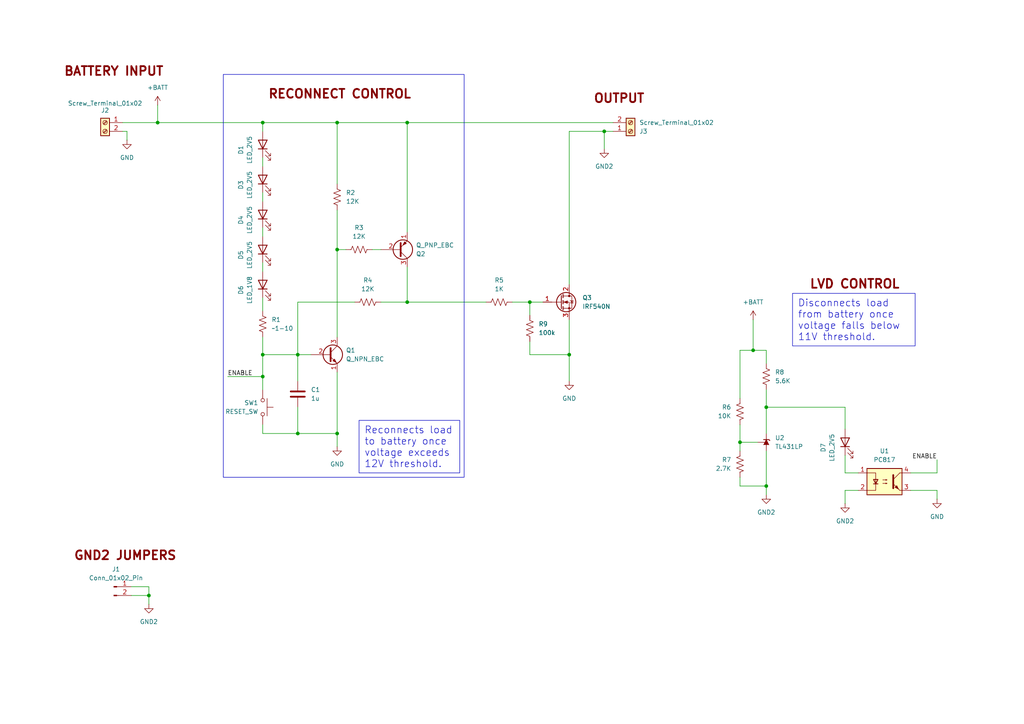
<source format=kicad_sch>
(kicad_sch (version 20231120) (generator "eeschema") (generator_version "8.0")
  (paper "A4")
  (lib_symbols
    (symbol "Connector:Conn_01x02_Pin" (pin_names (offset 1.016) hide)
      (property "Reference" "J" (at 0 2.54 0))
      (property "Value" "Conn_01x02_Pin" (at 0 -5.08 0))
      (symbol "Conn_01x02_Pin_1_1"
        (polyline (pts (xy 1.27 -2.54) (xy 0.8636 -2.54)) (stroke (width 0.1524)))
        (polyline (pts (xy 1.27 0) (xy 0.8636 0)) (stroke (width 0.1524)))
        (rectangle (start 0.8636 -2.413) (end 0 -2.667) (stroke (width 0.1524)) (fill (type outline)))
        (rectangle (start 0.8636 0.127) (end 0 -0.127) (stroke (width 0.1524)) (fill (type outline)))
        (pin passive line (at 5.08 0 180) (length 3.81) (name "Pin_1") (number "1"))
        (pin passive line (at 5.08 -2.54 180) (length 3.81) (name "Pin_2") (number "2"))
      )
    )
    (symbol "Connector:Screw_Terminal_01x02" (pin_names (offset 1.016) hide)
      (property "Reference" "J" (at 0 2.54 0))
      (property "Value" "Screw_Terminal_01x02" (at 0 -5.08 0))
      (symbol "Screw_Terminal_01x02_1_1"
        (rectangle (start -1.27 1.27) (end 1.27 -3.81) (stroke (width 0.254)) (fill (type background)))
        (circle (center 0 -2.54) (radius 0.635) (stroke (width 0.1524)))
        (polyline (pts (xy -0.5334 -2.2098) (xy 0.3302 -3.048)) (stroke (width 0.1524)))
        (polyline (pts (xy -0.5334 0.3302) (xy 0.3302 -0.508)) (stroke (width 0.1524)))
        (polyline (pts (xy -0.3556 -2.032) (xy 0.508 -2.8702)) (stroke (width 0.1524)))
        (polyline (pts (xy -0.3556 0.508) (xy 0.508 -0.3302)) (stroke (width 0.1524)))
        (circle (center 0 0) (radius 0.635) (stroke (width 0.1524)))
        (pin passive line (at -5.08 0 0) (length 3.81) (name "Pin_1") (number "1"))
        (pin passive line (at -5.08 -2.54 0) (length 3.81) (name "Pin_2") (number "2"))
      )
    )
    (symbol "Device:C" (pin_numbers hide) (pin_names (offset 0.254))
      (property "Reference" "C" (at 0.635 2.54 0))
      (property "Value" "C" (at 0.635 -2.54 0))
      (symbol "C_0_1"
        (polyline (pts (xy -2.032 -0.762) (xy 2.032 -0.762)) (stroke (width 0.508)))
        (polyline (pts (xy -2.032 0.762) (xy 2.032 0.762)) (stroke (width 0.508)))
      )
      (symbol "C_1_1"
        (pin passive line (at 0 3.81 270) (length 2.794) (name "~") (number "1"))
        (pin passive line (at 0 -3.81 90) (length 2.794) (name "~") (number "2"))
      )
    )
    (symbol "Device:LED" (pin_numbers hide) (pin_names (offset 1.016) hide)
      (property "Reference" "D" (at 0 2.54 0))
      (property "Value" "LED" (at 0 -2.54 0))
      (symbol "LED_0_1"
        (polyline (pts (xy -1.27 -1.27) (xy -1.27 1.27)) (stroke (width 0.254)))
        (polyline (pts (xy -1.27 0) (xy 1.27 0)))
        (polyline (pts (xy 1.27 -1.27) (xy 1.27 1.27) (xy -1.27 0) (xy 1.27 -1.27)) (stroke (width 0.254)))
        (polyline (pts (xy -3.048 -0.762) (xy -4.572 -2.286) (xy -3.81 -2.286) (xy -4.572 -2.286) (xy -4.572 -1.524)))
        (polyline (pts (xy -1.778 -0.762) (xy -3.302 -2.286) (xy -2.54 -2.286) (xy -3.302 -2.286) (xy -3.302 -1.524)))
      )
      (symbol "LED_1_1"
        (pin passive line (at -3.81 0 0) (length 2.54) (name "K") (number "1"))
        (pin passive line (at 3.81 0 180) (length 2.54) (name "A") (number "2"))
      )
    )
    (symbol "Device:Q_NPN_EBC" (pin_names (offset 0) hide)
      (property "Reference" "Q" (at 5.08 1.27 0))
      (property "Value" "Q_NPN_EBC" (at 5.08 -1.27 0))
      (symbol "Q_NPN_EBC_0_1"
        (polyline (pts (xy 0.635 0.635) (xy 2.54 2.54)))
        (polyline (pts (xy 0.635 -0.635) (xy 2.54 -2.54) (xy 2.54 -2.54)))
        (polyline (pts (xy 0.635 1.905) (xy 0.635 -1.905) (xy 0.635 -1.905)) (stroke (width 0.508)))
        (polyline (pts (xy 1.27 -1.778) (xy 1.778 -1.27) (xy 2.286 -2.286) (xy 1.27 -1.778) (xy 1.27 -1.778)) (fill (type outline)))
        (circle (center 1.27 0) (radius 2.8194) (stroke (width 0.254)))
      )
      (symbol "Q_NPN_EBC_1_1"
        (pin passive line (at 2.54 -5.08 90) (length 2.54) (name "E") (number "1"))
        (pin passive line (at -5.08 0 0) (length 5.715) (name "B") (number "2"))
        (pin passive line (at 2.54 5.08 270) (length 2.54) (name "C") (number "3"))
      )
    )
    (symbol "Device:Q_PNP_EBC" (pin_names (offset 0) hide)
      (property "Reference" "Q" (at 5.08 1.27 0))
      (property "Value" "Q_PNP_EBC" (at 5.08 -1.27 0))
      (symbol "Q_PNP_EBC_0_1"
        (polyline (pts (xy 0.635 0.635) (xy 2.54 2.54)))
        (polyline (pts (xy 0.635 -0.635) (xy 2.54 -2.54) (xy 2.54 -2.54)))
        (polyline (pts (xy 0.635 1.905) (xy 0.635 -1.905) (xy 0.635 -1.905)) (stroke (width 0.508)))
        (polyline (pts (xy 2.286 -1.778) (xy 1.778 -2.286) (xy 1.27 -1.27) (xy 2.286 -1.778) (xy 2.286 -1.778)) (fill (type outline)))
        (circle (center 1.27 0) (radius 2.8194) (stroke (width 0.254)))
      )
      (symbol "Q_PNP_EBC_1_1"
        (pin passive line (at 2.54 -5.08 90) (length 2.54) (name "E") (number "1"))
        (pin input line (at -5.08 0 0) (length 5.715) (name "B") (number "2"))
        (pin passive line (at 2.54 5.08 270) (length 2.54) (name "C") (number "3"))
      )
    )
    (symbol "Device:R_US" (pin_numbers hide) (pin_names (offset 0))
      (property "Reference" "R" (at 2.54 0 90))
      (property "Value" "R_US" (at -2.54 0 90))
      (symbol "R_US_0_1"
        (polyline (pts (xy 0 -2.286) (xy 0 -2.54)))
        (polyline (pts (xy 0 2.286) (xy 0 2.54)))
        (polyline (pts (xy 0 -0.762) (xy 1.016 -1.143) (xy 0 -1.524) (xy -1.016 -1.905) (xy 0 -2.286)))
        (polyline (pts (xy 0 0.762) (xy 1.016 0.381) (xy 0 0) (xy -1.016 -0.381) (xy 0 -0.762)))
        (polyline (pts (xy 0 2.286) (xy 1.016 1.905) (xy 0 1.524) (xy -1.016 1.143) (xy 0 0.762)))
      )
      (symbol "R_US_1_1"
        (pin passive line (at 0 3.81 270) (length 1.27) (name "~") (number "1"))
        (pin passive line (at 0 -3.81 90) (length 1.27) (name "~") (number "2"))
      )
    )
    (symbol "Isolator:PC817" (pin_names (offset 1.016))
      (property "Reference" "U" (at -5.08 5.08 0))
      (property "Value" "PC817" (at 0 5.08 0))
      (symbol "PC817_0_1"
        (rectangle (start -5.08 3.81) (end 5.08 -3.81) (stroke (width 0.254)) (fill (type background)))
        (polyline (pts (xy -3.175 -0.635) (xy -1.905 -0.635)) (stroke (width 0.254)))
        (polyline (pts (xy 2.54 0.635) (xy 4.445 2.54)))
        (polyline (pts (xy 4.445 -2.54) (xy 2.54 -0.635)) (fill (type outline)))
        (polyline (pts (xy 4.445 -2.54) (xy 5.08 -2.54)))
        (polyline (pts (xy 4.445 2.54) (xy 5.08 2.54)))
        (polyline (pts (xy -5.08 2.54) (xy -2.54 2.54) (xy -2.54 -0.635)))
        (polyline (pts (xy -2.54 -0.635) (xy -2.54 -2.54) (xy -5.08 -2.54)))
        (polyline (pts (xy 2.54 1.905) (xy 2.54 -1.905) (xy 2.54 -1.905)) (stroke (width 0.508)))
        (polyline (pts (xy -2.54 -0.635) (xy -3.175 0.635) (xy -1.905 0.635) (xy -2.54 -0.635)) (stroke (width 0.254)))
        (polyline (pts (xy -0.508 -0.508) (xy 0.762 -0.508) (xy 0.381 -0.635) (xy 0.381 -0.381) (xy 0.762 -0.508)))
        (polyline (pts (xy -0.508 0.508) (xy 0.762 0.508) (xy 0.381 0.381) (xy 0.381 0.635) (xy 0.762 0.508)))
        (polyline (pts (xy 3.048 -1.651) (xy 3.556 -1.143) (xy 4.064 -2.159) (xy 3.048 -1.651) (xy 3.048 -1.651)) (fill (type outline)))
      )
      (symbol "PC817_1_1"
        (pin passive line (at -7.62 2.54 0) (length 2.54) (name "~") (number "1"))
        (pin passive line (at -7.62 -2.54 0) (length 2.54) (name "~") (number "2"))
        (pin passive line (at 7.62 -2.54 180) (length 2.54) (name "~") (number "3"))
        (pin passive line (at 7.62 2.54 180) (length 2.54) (name "~") (number "4"))
      )
    )
    (symbol "Reference_Voltage:TL431LP" (pin_numbers hide) (pin_names hide)
      (property "Reference" "U" (at -2.54 2.54 0))
      (property "Value" "TL431LP" (at 0 -2.54 0))
      (symbol "TL431LP_0_1"
        (polyline (pts (xy -1.27 0) (xy 0 0) (xy 1.27 0)))
        (polyline (pts (xy -0.762 0.762) (xy 0.762 0) (xy -0.762 -0.762)) (fill (type outline)))
        (polyline (pts (xy 0.508 -1.016) (xy 0.762 -0.762) (xy 0.762 0.762) (xy 0.762 0.762)) (stroke (width 0.254)))
      )
      (symbol "TL431LP_1_1"
        (pin passive line (at 0 2.54 270) (length 2.54) (name "REF") (number "1"))
        (pin passive line (at -2.54 0 0) (length 2.54) (name "A") (number "2"))
        (pin passive line (at 2.54 0 180) (length 2.54) (name "K") (number "3"))
      )
    )
    (symbol "Switch:SW_Push" (pin_numbers hide) (pin_names (offset 1.016) hide)
      (property "Reference" "SW" (at 1.27 2.54 0))
      (property "Value" "SW_Push" (at 0 -1.524 0))
      (symbol "SW_Push_0_1"
        (circle (center -2.032 0) (radius 0.508))
        (polyline (pts (xy 0 1.27) (xy 0 3.048)))
        (polyline (pts (xy 2.54 1.27) (xy -2.54 1.27)))
        (circle (center 2.032 0) (radius 0.508))
        (pin passive line (at -5.08 0 0) (length 2.54) (name "1") (number "1"))
        (pin passive line (at 5.08 0 180) (length 2.54) (name "2") (number "2"))
      )
    )
    (symbol "Transistor_FET:IRF540N" (pin_names hide)
      (property "Reference" "Q" (at 5.08 1.905 0))
      (property "Value" "IRF540N" (at 5.08 0 0))
      (symbol "IRF540N_0_1"
        (polyline (pts (xy 0.254 0) (xy -2.54 0)))
        (polyline (pts (xy 0.254 1.905) (xy 0.254 -1.905)) (stroke (width 0.254)))
        (polyline (pts (xy 0.762 -1.27) (xy 0.762 -2.286)) (stroke (width 0.254)))
        (polyline (pts (xy 0.762 0.508) (xy 0.762 -0.508)) (stroke (width 0.254)))
        (polyline (pts (xy 0.762 2.286) (xy 0.762 1.27)) (stroke (width 0.254)))
        (polyline (pts (xy 2.54 2.54) (xy 2.54 1.778)))
        (polyline (pts (xy 2.54 -2.54) (xy 2.54 0) (xy 0.762 0)))
        (polyline (pts (xy 0.762 -1.778) (xy 3.302 -1.778) (xy 3.302 1.778) (xy 0.762 1.778)))
        (polyline (pts (xy 1.016 0) (xy 2.032 0.381) (xy 2.032 -0.381) (xy 1.016 0)) (fill (type outline)))
        (polyline (pts (xy 2.794 0.508) (xy 2.921 0.381) (xy 3.683 0.381) (xy 3.81 0.254)))
        (polyline (pts (xy 3.302 0.381) (xy 2.921 -0.254) (xy 3.683 -0.254) (xy 3.302 0.381)))
        (circle (center 1.651 0) (radius 2.794) (stroke (width 0.254)))
        (circle (center 2.54 -1.778) (radius 0.254) (fill (type outline)))
        (circle (center 2.54 1.778) (radius 0.254) (fill (type outline)))
      )
      (symbol "IRF540N_1_1"
        (pin input line (at -5.08 0 0) (length 2.54) (name "G") (number "1"))
        (pin passive line (at 2.54 5.08 270) (length 2.54) (name "D") (number "2"))
        (pin passive line (at 2.54 -5.08 90) (length 2.54) (name "S") (number "3"))
      )
    )
    (symbol "power:+BATT" (power) (pin_numbers hide) (pin_names (offset 0) hide)
      (property "Value" "+BATT" (at 0 3.556 0))
      (symbol "+BATT_0_1"
        (polyline (pts (xy -0.762 1.27) (xy 0 2.54)))
        (polyline (pts (xy 0 0) (xy 0 2.54)))
        (polyline (pts (xy 0 2.54) (xy 0.762 1.27)))
      )
      (symbol "+BATT_1_1"
        (pin power_in line (at 0 0 90) (length 0) (name "~") (number "1"))
      )
    )
    (symbol "power:GND" (power) (pin_numbers hide) (pin_names (offset 0) hide)
      (property "Value" "GND" (at 0 -3.81 0))
      (symbol "GND_0_1"
        (polyline (pts (xy 0 0) (xy 0 -1.27) (xy 1.27 -1.27) (xy 0 -2.54) (xy -1.27 -1.27) (xy 0 -1.27)))
      )
      (symbol "GND_1_1"
        (pin power_in line (at 0 0 270) (length 0) (name "~") (number "1"))
      )
    )
    (symbol "power:GND2" (power) (pin_numbers hide) (pin_names (offset 0) hide)
      (property "Value" "GND2" (at 0 -3.81 0))
      (symbol "GND2_0_1"
        (polyline (pts (xy 0 0) (xy 0 -1.27) (xy 1.27 -1.27) (xy 0 -2.54) (xy -1.27 -1.27) (xy 0 -1.27)))
      )
      (symbol "GND2_1_1"
        (pin power_in line (at 0 0 270) (length 0) (name "~") (number "1"))
      )
    )
  )
  (junction (at 165.1 102.87))
  (junction (at 218.44 101.6))
  (junction (at 222.25 140.97))
  (junction (at 86.36 102.87))
  (junction (at 153.67 87.63))
  (junction (at 214.63 128.27))
  (junction (at 175.26 38.1))
  (junction (at 86.36 125.73))
  (junction (at 97.79 125.73))
  (junction (at 97.79 35.56))
  (junction (at 76.2 102.87))
  (junction (at 43.18 172.72))
  (junction (at 118.11 35.56))
  (junction (at 222.25 118.11))
  (junction (at 97.79 72.39))
  (junction (at 76.2 109.22))
  (junction (at 76.2 35.56))
  (junction (at 118.11 87.63))
  (junction (at 45.72 35.56))
  (wire (pts (xy 43.18 170.18) (xy 43.18 172.72)))
  (wire (pts (xy 43.18 172.72) (xy 43.18 175.26)))
  (wire (pts (xy 245.11 132.08) (xy 245.11 137.16)))
  (wire (pts (xy 222.25 130.81) (xy 222.25 140.97)))
  (wire (pts (xy 97.79 107.95) (xy 97.79 125.73)))
  (wire (pts (xy 35.56 35.56) (xy 45.72 35.56)))
  (wire (pts (xy 218.44 101.6) (xy 222.25 101.6)))
  (wire (pts (xy 153.67 87.63) (xy 157.48 87.63)))
  (wire (pts (xy 86.36 102.87) (xy 86.36 110.49)))
  (wire (pts (xy 76.2 55.88) (xy 76.2 58.42)))
  (wire (pts (xy 218.44 92.71) (xy 218.44 101.6)))
  (wire (pts (xy 271.78 144.78) (xy 271.78 142.24)))
  (wire (pts (xy 264.16 137.16) (xy 271.78 137.16)))
  (wire (pts (xy 271.78 137.16) (xy 271.78 133.35)))
  (wire (pts (xy 76.2 102.87) (xy 76.2 109.22)))
  (wire (pts (xy 214.63 140.97) (xy 222.25 140.97)))
  (wire (pts (xy 76.2 76.2) (xy 76.2 78.74)))
  (wire (pts (xy 153.67 102.87) (xy 165.1 102.87)))
  (wire (pts (xy 222.25 101.6) (xy 222.25 105.41)))
  (wire (pts (xy 248.92 142.24) (xy 245.11 142.24)))
  (wire (pts (xy 76.2 125.73) (xy 86.36 125.73)))
  (wire (pts (xy 165.1 38.1) (xy 175.26 38.1)))
  (wire (pts (xy 214.63 115.57) (xy 214.63 101.6)))
  (wire (pts (xy 214.63 101.6) (xy 218.44 101.6)))
  (wire (pts (xy 148.59 87.63) (xy 153.67 87.63)))
  (wire (pts (xy 76.2 123.19) (xy 76.2 125.73)))
  (wire (pts (xy 76.2 66.04) (xy 76.2 68.58)))
  (wire (pts (xy 45.72 35.56) (xy 76.2 35.56)))
  (wire (pts (xy 86.36 118.11) (xy 86.36 125.73)))
  (wire (pts (xy 38.1 172.72) (xy 43.18 172.72)))
  (wire (pts (xy 245.11 142.24) (xy 245.11 146.05)))
  (wire (pts (xy 271.78 142.24) (xy 264.16 142.24)))
  (wire (pts (xy 118.11 77.47) (xy 118.11 87.63)))
  (wire (pts (xy 102.87 87.63) (xy 86.36 87.63)))
  (wire (pts (xy 118.11 67.31) (xy 118.11 35.56)))
  (wire (pts (xy 86.36 125.73) (xy 97.79 125.73)))
  (wire (pts (xy 118.11 35.56) (xy 177.8 35.56)))
  (wire (pts (xy 219.71 128.27) (xy 214.63 128.27)))
  (wire (pts (xy 165.1 102.87) (xy 165.1 110.49)))
  (wire (pts (xy 118.11 35.56) (xy 97.79 35.56)))
  (wire (pts (xy 86.36 87.63) (xy 86.36 102.87)))
  (wire (pts (xy 165.1 82.55) (xy 165.1 38.1)))
  (wire (pts (xy 36.83 38.1) (xy 36.83 40.64)))
  (wire (pts (xy 214.63 123.19) (xy 214.63 128.27)))
  (wire (pts (xy 45.72 30.48) (xy 45.72 35.56)))
  (wire (pts (xy 214.63 138.43) (xy 214.63 140.97)))
  (wire (pts (xy 76.2 97.79) (xy 76.2 102.87)))
  (wire (pts (xy 175.26 38.1) (xy 177.8 38.1)))
  (wire (pts (xy 76.2 45.72) (xy 76.2 48.26)))
  (wire (pts (xy 76.2 86.36) (xy 76.2 90.17)))
  (wire (pts (xy 107.95 72.39) (xy 110.49 72.39)))
  (wire (pts (xy 245.11 118.11) (xy 222.25 118.11)))
  (wire (pts (xy 86.36 102.87) (xy 90.17 102.87)))
  (wire (pts (xy 97.79 72.39) (xy 97.79 60.96)))
  (wire (pts (xy 97.79 97.79) (xy 97.79 72.39)))
  (wire (pts (xy 76.2 35.56) (xy 76.2 38.1)))
  (wire (pts (xy 76.2 102.87) (xy 86.36 102.87)))
  (wire (pts (xy 245.11 124.46) (xy 245.11 118.11)))
  (wire (pts (xy 76.2 109.22) (xy 76.2 113.03)))
  (wire (pts (xy 97.79 72.39) (xy 100.33 72.39)))
  (wire (pts (xy 38.1 170.18) (xy 43.18 170.18)))
  (wire (pts (xy 35.56 38.1) (xy 36.83 38.1)))
  (wire (pts (xy 97.79 125.73) (xy 97.79 129.54)))
  (wire (pts (xy 118.11 87.63) (xy 110.49 87.63)))
  (wire (pts (xy 165.1 92.71) (xy 165.1 102.87)))
  (wire (pts (xy 66.04 109.22) (xy 76.2 109.22)))
  (wire (pts (xy 175.26 38.1) (xy 175.26 43.18)))
  (wire (pts (xy 222.25 118.11) (xy 222.25 125.73)))
  (wire (pts (xy 214.63 128.27) (xy 214.63 130.81)))
  (wire (pts (xy 245.11 137.16) (xy 248.92 137.16)))
  (wire (pts (xy 153.67 99.06) (xy 153.67 102.87)))
  (wire (pts (xy 97.79 53.34) (xy 97.79 35.56)))
  (wire (pts (xy 118.11 87.63) (xy 140.97 87.63)))
  (wire (pts (xy 222.25 113.03) (xy 222.25 118.11)))
  (wire (pts (xy 222.25 140.97) (xy 222.25 143.51)))
  (wire (pts (xy 153.67 87.63) (xy 153.67 91.44)))
  (wire (pts (xy 76.2 35.56) (xy 97.79 35.56)))
  (rectangle (start 64.77 21.59) (end 134.62 138.43))
  (text_box "Reconnects load to battery once voltage exceeds 12V threshold." (at 104.14 121.92 0) (size 29.21 15.24) (effects (font (size 2.032 2.032)) (justify left top)))
  (text_box "Disconnects load from battery once voltage falls below 11V threshold." (at 229.87 85.09 0) (size 35.56 15.24) (effects (font (size 2.032 2.032)) (justify left top)))
  (text "LVD CONTROL\n" (at 247.904 82.55 0) (effects (font (size 2.54 2.54) (thickness 0.508) (bold yes))))
  (text "BATTERY INPUT" (at 33.02 20.828 0) (effects (font (size 2.54 2.54) (thickness 0.508) (bold yes))))
  (text "GND2 JUMPERS" (at 36.322 161.29 0) (effects (font (size 2.54 2.54) (thickness 0.508) (bold yes))))
  (text "RECONNECT CONTROL" (at 98.552 27.432 0) (effects (font (size 2.54 2.54) (thickness 0.508) (bold yes))))
  (text "OUTPUT" (at 179.578 28.702 0) (effects (font (size 2.54 2.54) (thickness 0.508) (bold yes))))
  (label "ENABLE" (at 66.04 109.22 0))
  (label "ENABLE" (at 271.78 133.35 180))
  (symbol (lib_id "Device:R_US") (at 222.25 109.22 180) (unit 1)
    (property "Reference" "R8" (at 224.79 107.9499 0) (effects (justify right)))
    (property "Value" "5.6K" (at 224.79 110.4899 0) (effects (justify right)))
    (property "Footprint" "Resistor_THT:R_Axial_DIN0207_L6.3mm_D2.5mm_P7.62mm_Horizontal" (effects (hide yes)))
    (property "Description" "Resistor, US symbol" (effects (hide yes)))
  )
  (symbol (lib_id "power:GND2") (at 222.25 143.51 0) (unit 1)
    (property "Reference" "#PWR09" (effects (hide yes)))
    (property "Value" "GND2" (at 222.25 148.59 0))
    (property "Description" "Power symbol creates a global label with name \"GND2\" , ground" (effects (hide yes)))
  )
  (symbol (lib_id "Device:R_US") (at 106.68 87.63 90) (unit 1)
    (property "Reference" "R4" (at 106.68 81.28 90))
    (property "Value" "12K" (at 106.68 83.82 90))
    (property "Footprint" "Resistor_THT:R_Axial_DIN0207_L6.3mm_D2.5mm_P7.62mm_Horizontal" (effects (hide yes)))
    (property "Description" "Resistor, US symbol" (effects (hide yes)))
  )
  (symbol (lib_id "Device:LED") (at 76.2 72.39 90) (unit 1)
    (property "Reference" "D5" (at 69.85 73.9775 0))
    (property "Value" "LED_2V5" (at 72.39 73.9775 0))
    (property "Footprint" "LED_THT:LED_D5.0mm" (effects (hide yes)))
    (property "Description" "Light emitting diode" (effects (hide yes)))
  )
  (symbol (lib_id "Device:LED") (at 76.2 62.23 90) (unit 1)
    (property "Reference" "D4" (at 69.85 63.8175 0))
    (property "Value" "LED_2V5" (at 72.39 63.8175 0))
    (property "Footprint" "LED_THT:LED_D5.0mm" (effects (hide yes)))
    (property "Description" "Light emitting diode" (effects (hide yes)))
  )
  (symbol (lib_id "Connector:Screw_Terminal_01x02") (at 30.48 35.56 0) (mirror y) (unit 1)
    (property "Reference" "J2" (at 30.48 32.004 0))
    (property "Value" "Screw_Terminal_01x02" (at 30.48 29.972 0))
    (property "Footprint" "TerminalBlock:TerminalBlock_Altech_AK300-2_P5.00mm" (effects (hide yes)))
    (property "Description" "Generic screw terminal, single row, 01x02, script generated (kicad-library-utils/schlib/autogen/connector/)" (effects (hide yes)))
  )
  (symbol (lib_id "Device:LED") (at 76.2 52.07 90) (unit 1)
    (property "Reference" "D3" (at 69.85 53.6575 0))
    (property "Value" "LED_2V5" (at 72.39 53.6575 0))
    (property "Footprint" "LED_THT:LED_D5.0mm" (effects (hide yes)))
    (property "Description" "Light emitting diode" (effects (hide yes)))
  )
  (symbol (lib_id "power:+BATT") (at 45.72 30.48 0) (unit 1)
    (property "Reference" "#PWR04" (effects (hide yes)))
    (property "Value" "+BATT" (at 45.72 25.4 0))
    (property "Description" "Power symbol creates a global label with name \"+BATT\"" (effects (hide yes)))
  )
  (symbol (lib_id "power:GND") (at 271.78 144.78 0) (mirror y) (unit 1)
    (property "Reference" "#PWR06" (effects (hide yes)))
    (property "Value" "GND" (at 271.78 149.86 0))
    (property "Description" "Power symbol creates a global label with name \"GND\" , ground" (effects (hide yes)))
  )
  (symbol (lib_id "Device:R_US") (at 97.79 57.15 0) (unit 1)
    (property "Reference" "R2" (at 100.33 55.8799 0) (effects (justify left)))
    (property "Value" "12K" (at 100.33 58.4199 0) (effects (justify left)))
    (property "Footprint" "Resistor_THT:R_Axial_DIN0207_L6.3mm_D2.5mm_P7.62mm_Horizontal" (effects (hide yes)))
    (property "Description" "Resistor, US symbol" (effects (hide yes)))
  )
  (symbol (lib_id "Device:R_US") (at 104.14 72.39 90) (unit 1)
    (property "Reference" "R3" (at 104.14 66.04 90))
    (property "Value" "12K" (at 104.14 68.58 90))
    (property "Footprint" "Resistor_THT:R_Axial_DIN0207_L6.3mm_D2.5mm_P7.62mm_Horizontal" (effects (hide yes)))
    (property "Description" "Resistor, US symbol" (effects (hide yes)))
  )
  (symbol (lib_id "Device:Q_NPN_EBC") (at 95.25 102.87 0) (unit 1)
    (property "Reference" "Q1" (at 100.33 101.5999 0) (effects (justify left)))
    (property "Value" "Q_NPN_EBC" (at 100.33 104.1399 0) (effects (justify left)))
    (property "Footprint" "Package_TO_SOT_THT:TO-92_Inline_Wide" (effects (hide yes)))
    (property "Description" "NPN transistor, emitter/base/collector" (effects (hide yes)))
  )
  (symbol (lib_id "Device:R_US") (at 144.78 87.63 90) (unit 1)
    (property "Reference" "R5" (at 144.78 81.28 90))
    (property "Value" "1K" (at 144.78 83.82 90))
    (property "Footprint" "Resistor_THT:R_Axial_DIN0207_L6.3mm_D2.5mm_P7.62mm_Horizontal" (effects (hide yes)))
    (property "Description" "Resistor, US symbol" (effects (hide yes)))
  )
  (symbol (lib_id "power:GND2") (at 175.26 43.18 0) (unit 1)
    (property "Reference" "#PWR07" (effects (hide yes)))
    (property "Value" "GND2" (at 175.26 48.26 0))
    (property "Description" "Power symbol creates a global label with name \"GND2\" , ground" (effects (hide yes)))
  )
  (symbol (lib_id "Device:R_US") (at 76.2 93.98 0) (unit 1)
    (property "Reference" "R1" (at 78.74 92.7099 0) (effects (justify left)))
    (property "Value" "~1-10" (at 78.74 95.2499 0) (effects (justify left)))
    (property "Footprint" "Resistor_THT:R_Axial_DIN0207_L6.3mm_D2.5mm_P7.62mm_Horizontal" (effects (hide yes)))
    (property "Description" "Resistor, US symbol" (effects (hide yes)))
  )
  (symbol (lib_id "Reference_Voltage:TL431LP") (at 222.25 128.27 90) (unit 1)
    (property "Reference" "U2" (at 224.79 126.9999 90) (effects (justify right)))
    (property "Value" "TL431LP" (at 224.79 129.5399 90) (effects (justify right)))
    (property "Footprint" "Package_TO_SOT_THT:TO-92_Inline_Wide" (effects (hide yes)))
    (property "Datasheet" "http://www.ti.com/lit/ds/symlink/tl431.pdf" (effects (hide yes)))
    (property "Description" "Shunt Regulator, TO-92" (effects (hide yes)))
  )
  (symbol (lib_id "Device:R_US") (at 214.63 134.62 0) (mirror x) (unit 1)
    (property "Reference" "R7" (at 212.09 133.3499 0) (effects (justify right)))
    (property "Value" "2.7K" (at 212.09 135.8899 0) (effects (justify right)))
    (property "Footprint" "Resistor_THT:R_Axial_DIN0207_L6.3mm_D2.5mm_P7.62mm_Horizontal" (effects (hide yes)))
    (property "Description" "Resistor, US symbol" (effects (hide yes)))
  )
  (symbol (lib_id "Connector:Screw_Terminal_01x02") (at 182.88 38.1 0) (mirror x) (unit 1)
    (property "Reference" "J3" (at 185.42 38.1001 0) (effects (justify left)))
    (property "Value" "Screw_Terminal_01x02" (at 185.42 35.5601 0) (effects (justify left)))
    (property "Footprint" "TerminalBlock:TerminalBlock_Altech_AK300-2_P5.00mm" (effects (hide yes)))
    (property "Description" "Generic screw terminal, single row, 01x02, script generated (kicad-library-utils/schlib/autogen/connector/)" (effects (hide yes)))
  )
  (symbol (lib_id "Device:LED") (at 76.2 41.91 90) (unit 1)
    (property "Reference" "D1" (at 69.85 43.4975 0))
    (property "Value" "LED_2V5" (at 72.39 43.4975 0))
    (property "Footprint" "LED_THT:LED_D5.0mm" (effects (hide yes)))
    (property "Description" "Light emitting diode" (effects (hide yes)))
  )
  (symbol (lib_id "Isolator:PC817") (at 256.54 139.7 0) (unit 1)
    (property "Reference" "U1" (at 256.54 130.81 0))
    (property "Value" "PC817" (at 256.54 133.35 0))
    (property "Footprint" "Package_DIP:DIP-4_W7.62mm" (effects (hide yes)))
    (property "Datasheet" "http://www.soselectronic.cz/a_info/resource/d/pc817.pdf" (effects (hide yes)))
    (property "Description" "DC Optocoupler, Vce 35V, CTR 50-300%, DIP-4" (effects (hide yes)))
  )
  (symbol (lib_id "Transistor_FET:IRF540N") (at 162.56 87.63 0) (unit 1)
    (property "Reference" "Q3" (at 168.91 86.3599 0) (effects (justify left)))
    (property "Value" "IRF540N" (at 168.91 88.8999 0) (effects (justify left)))
    (property "Footprint" "Package_TO_SOT_THT:TO-220-3_Vertical" (effects (hide yes)))
    (property "Datasheet" "http://www.irf.com/product-info/datasheets/data/irf540n.pdf" (effects (hide yes)))
    (property "Description" "33A Id, 100V Vds, HEXFET N-Channel MOSFET, TO-220" (effects (hide yes)))
  )
  (symbol (lib_id "Connector:Conn_01x02_Pin") (at 33.02 170.18 0) (unit 1)
    (property "Reference" "J1" (at 33.655 165.1 0))
    (property "Value" "Conn_01x02_Pin" (at 33.655 167.64 0))
    (property "Footprint" "Connector_Wire:SolderWire-0.75sqmm_1x02_P7mm_D1.25mm_OD3.5mm" (effects (hide yes)))
    (property "Description" "Generic connector, single row, 01x02, script generated" (effects (hide yes)))
  )
  (symbol (lib_id "power:GND") (at 165.1 110.49 0) (unit 1)
    (property "Reference" "#PWR05" (effects (hide yes)))
    (property "Value" "GND" (at 165.1 115.57 0))
    (property "Description" "Power symbol creates a global label with name \"GND\" , ground" (effects (hide yes)))
  )
  (symbol (lib_id "power:GND") (at 43.18 175.26 0) (unit 1)
    (property "Reference" "#PWR01" (effects (hide yes)))
    (property "Value" "GND2" (at 43.18 180.34 0))
    (property "Description" "Power symbol creates a global label with name \"GND\" , ground" (effects (hide yes)))
  )
  (symbol (lib_id "Switch:SW_Push") (at 76.2 118.11 270) (mirror x) (unit 1)
    (property "Reference" "SW1" (at 74.93 116.8399 90) (effects (justify right)))
    (property "Value" "RESET_SW" (at 74.93 119.3799 90) (effects (justify right)))
    (property "Footprint" "Connector_Wire:SolderWire-0.75sqmm_1x02_P4.8mm_D1.25mm_OD2.3mm" (effects (hide yes)))
    (property "Description" "Push button switch, generic, two pins" (effects (hide yes)))
  )
  (symbol (lib_id "power:GND") (at 36.83 40.64 0) (unit 1)
    (property "Reference" "#PWR03" (effects (hide yes)))
    (property "Value" "GND" (at 36.83 45.72 0))
    (property "Description" "Power symbol creates a global label with name \"GND\" , ground" (effects (hide yes)))
  )
  (symbol (lib_id "Device:C") (at 86.36 114.3 0) (unit 1)
    (property "Reference" "C1" (at 90.17 113.0299 0) (effects (justify left)))
    (property "Value" "1u" (at 90.17 115.5699 0) (effects (justify left)))
    (property "Footprint" "Capacitor_THT:C_Disc_D5.1mm_W3.2mm_P5.00mm" (effects (hide yes)))
    (property "Description" "Unpolarized capacitor" (effects (hide yes)))
  )
  (symbol (lib_id "power:GND") (at 97.79 129.54 0) (unit 1)
    (property "Reference" "#PWR02" (effects (hide yes)))
    (property "Value" "GND" (at 97.79 134.62 0))
    (property "Description" "Power symbol creates a global label with name \"GND\" , ground" (effects (hide yes)))
  )
  (symbol (lib_id "power:+BATT") (at 218.44 92.71 0) (unit 1)
    (property "Reference" "#PWR010" (effects (hide yes)))
    (property "Value" "+BATT" (at 218.44 87.63 0))
    (property "Description" "Power symbol creates a global label with name \"+BATT\"" (effects (hide yes)))
  )
  (symbol (lib_id "Device:R_US") (at 153.67 95.25 180) (unit 1)
    (property "Reference" "R9" (at 156.21 93.9799 0) (effects (justify right)))
    (property "Value" "100k" (at 156.21 96.5199 0) (effects (justify right)))
    (property "Footprint" "Resistor_THT:R_Axial_DIN0207_L6.3mm_D2.5mm_P7.62mm_Horizontal" (effects (hide yes)))
    (property "Description" "Resistor, US symbol" (effects (hide yes)))
  )
  (symbol (lib_id "Device:R_US") (at 214.63 119.38 0) (mirror x) (unit 1)
    (property "Reference" "R6" (at 212.09 118.1099 0) (effects (justify right)))
    (property "Value" "10K" (at 212.09 120.6499 0) (effects (justify right)))
    (property "Footprint" "Resistor_THT:R_Axial_DIN0207_L6.3mm_D2.5mm_P7.62mm_Horizontal" (effects (hide yes)))
    (property "Description" "Resistor, US symbol" (effects (hide yes)))
  )
  (symbol (lib_id "Device:Q_PNP_EBC") (at 115.57 72.39 0) (mirror x) (unit 1)
    (property "Reference" "Q2" (at 120.65 73.6601 0) (effects (justify left)))
    (property "Value" "Q_PNP_EBC" (at 120.65 71.1201 0) (effects (justify left)))
    (property "Footprint" "Package_TO_SOT_THT:TO-92_Inline_Wide" (effects (hide yes)))
    (property "Description" "PNP transistor, emitter/base/collector" (effects (hide yes)))
  )
  (symbol (lib_id "power:GND2") (at 245.11 146.05 0) (mirror y) (unit 1)
    (property "Reference" "#PWR08" (effects (hide yes)))
    (property "Value" "GND2" (at 245.11 151.13 0))
    (property "Description" "Power symbol creates a global label with name \"GND2\" , ground" (effects (hide yes)))
  )
  (symbol (lib_id "Device:LED") (at 76.2 82.55 90) (unit 1)
    (property "Reference" "D6" (at 69.85 84.1375 0))
    (property "Value" "LED_1V8" (at 72.39 84.1375 0))
    (property "Footprint" "LED_THT:LED_D5.0mm" (effects (hide yes)))
    (property "Description" "Light emitting diode" (effects (hide yes)))
  )
  (symbol (lib_id "Device:LED") (at 245.11 128.27 90) (unit 1)
    (property "Reference" "D7" (at 238.76 129.8575 0))
    (property "Value" "LED_2V5" (at 241.3 129.8575 0))
    (property "Footprint" "LED_THT:LED_D5.0mm" (effects (hide yes)))
    (property "Description" "Light emitting diode" (effects (hide yes)))
  )
)
</source>
